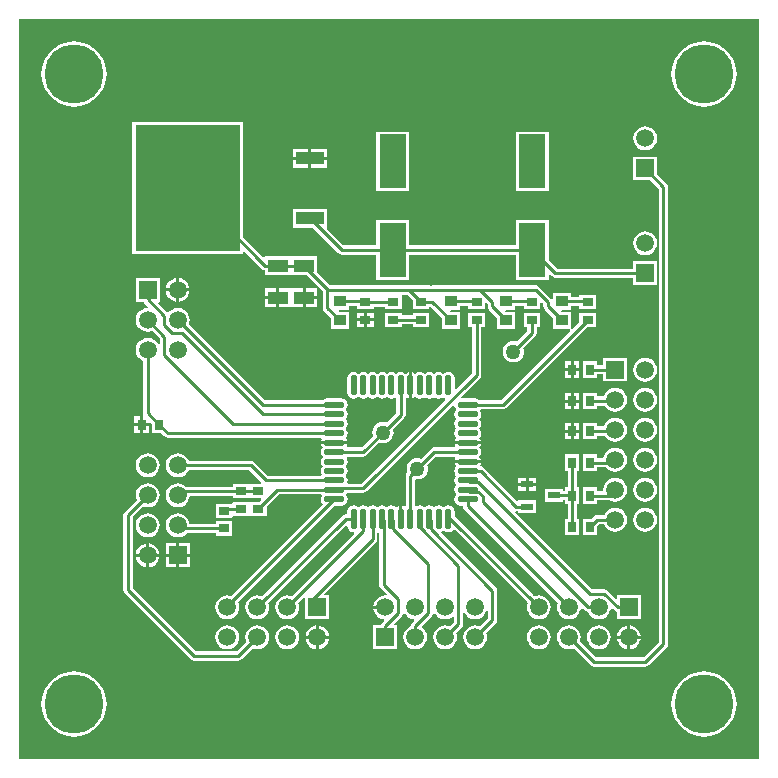
<source format=gtl>
G04 Layer_Physical_Order=1*
G04 Layer_Color=255*
%FSLAX24Y24*%
%MOIN*%
G70*
G01*
G75*
%ADD10R,0.0669X0.0433*%
%ADD11R,0.0354X0.0276*%
%ADD12R,0.0394X0.0374*%
%ADD13O,0.0217X0.0689*%
%ADD14O,0.0689X0.0217*%
%ADD15R,0.0276X0.0354*%
%ADD16R,0.3504X0.4193*%
%ADD17R,0.0945X0.0413*%
%ADD18R,0.0906X0.1791*%
%ADD19R,0.0394X0.0236*%
%ADD20C,0.0100*%
%ADD21C,0.0591*%
%ADD22R,0.0591X0.0591*%
%ADD23R,0.0591X0.0591*%
%ADD24C,0.1969*%
%ADD25C,0.0500*%
G36*
X22847Y-1847D02*
X-1847D01*
Y22847D01*
X22847D01*
Y-1847D01*
D02*
G37*
%LPC*%
G36*
X19039Y7549D02*
X18935Y7535D01*
X18839Y7495D01*
X18757Y7432D01*
X18693Y7349D01*
X18654Y7253D01*
X18640Y7150D01*
X18654Y7047D01*
X18693Y6951D01*
X18757Y6868D01*
X18839Y6805D01*
X18935Y6765D01*
X19039Y6751D01*
X19142Y6765D01*
X19238Y6805D01*
X19321Y6868D01*
X19384Y6951D01*
X19424Y7047D01*
X19437Y7150D01*
X19424Y7253D01*
X19384Y7349D01*
X19321Y7432D01*
X19238Y7495D01*
X19142Y7535D01*
X19039Y7549D01*
D02*
G37*
G36*
X2459Y7360D02*
X2355Y7346D01*
X2259Y7306D01*
X2177Y7243D01*
X2113Y7161D01*
X2074Y7064D01*
X2060Y6961D01*
X2074Y6858D01*
X2093Y6812D01*
X1692Y6411D01*
X1659Y6361D01*
X1647Y6302D01*
Y3800D01*
X1659Y3741D01*
X1692Y3692D01*
X3892Y1492D01*
X3941Y1459D01*
X4000Y1447D01*
X5483D01*
X5541Y1459D01*
X5591Y1492D01*
X5962Y1863D01*
X6008Y1844D01*
X6111Y1830D01*
X6215Y1844D01*
X6311Y1884D01*
X6393Y1947D01*
X6457Y2030D01*
X6496Y2126D01*
X6510Y2229D01*
X6496Y2332D01*
X6457Y2428D01*
X6393Y2511D01*
X6311Y2574D01*
X6215Y2614D01*
X6111Y2628D01*
X6008Y2614D01*
X5912Y2574D01*
X5829Y2511D01*
X5766Y2428D01*
X5726Y2332D01*
X5713Y2229D01*
X5726Y2126D01*
X5745Y2079D01*
X5419Y1753D01*
X4063D01*
X1953Y3863D01*
Y6239D01*
X2309Y6595D01*
X2355Y6576D01*
X2459Y6562D01*
X2562Y6576D01*
X2658Y6616D01*
X2741Y6679D01*
X2804Y6762D01*
X2844Y6858D01*
X2857Y6961D01*
X2844Y7064D01*
X2804Y7161D01*
X2741Y7243D01*
X2658Y7306D01*
X2562Y7346D01*
X2459Y7360D01*
D02*
G37*
G36*
X18039Y7549D02*
X17935Y7535D01*
X17839Y7495D01*
X17757Y7432D01*
X17693Y7349D01*
X17654Y7253D01*
X17640Y7150D01*
X17641Y7141D01*
X17608Y7103D01*
X17440D01*
Y7227D01*
X16965D01*
Y6673D01*
X17440D01*
Y6797D01*
X17839D01*
X17852Y6800D01*
X17935Y6765D01*
X18039Y6751D01*
X18142Y6765D01*
X18238Y6805D01*
X18321Y6868D01*
X18384Y6951D01*
X18424Y7047D01*
X18437Y7150D01*
X18424Y7253D01*
X18384Y7349D01*
X18321Y7432D01*
X18238Y7495D01*
X18142Y7535D01*
X18039Y7549D01*
D02*
G37*
G36*
X15054Y7279D02*
X14807D01*
Y7111D01*
X15054D01*
Y7279D01*
D02*
G37*
G36*
X16850Y8327D02*
X16374D01*
Y7773D01*
X16459D01*
Y7227D01*
X16374D01*
Y7108D01*
X16307D01*
Y7173D01*
X15713D01*
Y6737D01*
X16307D01*
Y6802D01*
X16374D01*
Y6673D01*
X16459D01*
Y6177D01*
X16374D01*
Y5623D01*
X16850D01*
Y6177D01*
X16765D01*
Y6673D01*
X16850D01*
Y7227D01*
X16765D01*
Y7773D01*
X16850D01*
Y8327D01*
D02*
G37*
G36*
X13563Y8035D02*
X13124D01*
X12686D01*
X12692Y8004D01*
X12738Y7935D01*
Y7920D01*
X12692Y7851D01*
X12676Y7770D01*
X12692Y7689D01*
X12717Y7651D01*
X12735Y7613D01*
X12717Y7574D01*
X12692Y7536D01*
X12676Y7455D01*
X12692Y7374D01*
X12738Y7305D01*
Y7290D01*
X12692Y7221D01*
X12676Y7140D01*
X12692Y7059D01*
X12738Y6990D01*
Y6975D01*
X12692Y6906D01*
X12676Y6825D01*
X12692Y6744D01*
X12738Y6675D01*
X12807Y6629D01*
X12888Y6613D01*
X12971D01*
Y6602D01*
X12983Y6544D01*
X13016Y6494D01*
X16132Y3378D01*
X16113Y3332D01*
X16099Y3229D01*
X16113Y3126D01*
X16153Y3029D01*
X16216Y2947D01*
X16299Y2884D01*
X16395Y2844D01*
X16498Y2830D01*
X16601Y2844D01*
X16697Y2884D01*
X16780Y2947D01*
X16843Y3029D01*
X16883Y3126D01*
X16890Y3179D01*
X16943Y3197D01*
X17020Y3121D01*
X17069Y3088D01*
X17128Y3076D01*
X17134D01*
X17153Y3029D01*
X17216Y2947D01*
X17299Y2884D01*
X17395Y2844D01*
X17498Y2830D01*
X17601Y2844D01*
X17697Y2884D01*
X17780Y2947D01*
X17843Y3029D01*
X17883Y3126D01*
X17890Y3179D01*
X17943Y3197D01*
X18020Y3121D01*
X18069Y3088D01*
X18103Y3081D01*
Y2834D01*
X18893D01*
Y3624D01*
X18103D01*
Y3535D01*
X18057Y3516D01*
X17791Y3782D01*
X17741Y3815D01*
X17682Y3827D01*
X17255D01*
X14694Y6388D01*
X14719Y6434D01*
X14751Y6428D01*
X14807D01*
Y6363D01*
X15401D01*
Y6799D01*
X14807D01*
Y6799D01*
X14767Y6782D01*
X13670Y7878D01*
X13621Y7911D01*
X13562Y7923D01*
X13536Y7973D01*
X13557Y8004D01*
X13563Y8035D01*
D02*
G37*
G36*
X2459Y6360D02*
X2355Y6346D01*
X2259Y6306D01*
X2177Y6243D01*
X2113Y6161D01*
X2074Y6064D01*
X2060Y5961D01*
X2074Y5858D01*
X2113Y5762D01*
X2177Y5679D01*
X2259Y5616D01*
X2355Y5576D01*
X2459Y5562D01*
X2562Y5576D01*
X2658Y5616D01*
X2741Y5679D01*
X2804Y5762D01*
X2844Y5858D01*
X2857Y5961D01*
X2844Y6064D01*
X2804Y6161D01*
X2741Y6243D01*
X2658Y6306D01*
X2562Y6346D01*
X2459Y6360D01*
D02*
G37*
G36*
X3854Y5356D02*
X3509D01*
Y5011D01*
X3854D01*
Y5356D01*
D02*
G37*
G36*
X3459Y6360D02*
X3355Y6346D01*
X3259Y6306D01*
X3177Y6243D01*
X3113Y6161D01*
X3074Y6064D01*
X3060Y5961D01*
X3074Y5858D01*
X3113Y5762D01*
X3177Y5679D01*
X3259Y5616D01*
X3355Y5576D01*
X3459Y5562D01*
X3562Y5576D01*
X3658Y5616D01*
X3741Y5679D01*
X3758Y5702D01*
X4728D01*
Y5617D01*
X5282D01*
Y6093D01*
X4728D01*
Y6008D01*
X3851D01*
X3844Y6064D01*
X3804Y6161D01*
X3741Y6243D01*
X3658Y6306D01*
X3562Y6346D01*
X3459Y6360D01*
D02*
G37*
G36*
X19039Y6549D02*
X18935Y6535D01*
X18839Y6495D01*
X18757Y6432D01*
X18693Y6349D01*
X18654Y6253D01*
X18640Y6150D01*
X18654Y6047D01*
X18693Y5951D01*
X18757Y5868D01*
X18839Y5805D01*
X18935Y5765D01*
X19039Y5751D01*
X19142Y5765D01*
X19238Y5805D01*
X19321Y5868D01*
X19384Y5951D01*
X19424Y6047D01*
X19437Y6150D01*
X19424Y6253D01*
X19384Y6349D01*
X19321Y6432D01*
X19238Y6495D01*
X19142Y6535D01*
X19039Y6549D01*
D02*
G37*
G36*
X18039D02*
X17935Y6535D01*
X17839Y6495D01*
X17757Y6432D01*
X17693Y6349D01*
X17674Y6303D01*
X17452D01*
X17394Y6291D01*
X17344Y6258D01*
X17263Y6177D01*
X16965D01*
Y5623D01*
X17440D01*
Y5922D01*
X17516Y5997D01*
X17674D01*
X17693Y5951D01*
X17757Y5868D01*
X17839Y5805D01*
X17935Y5765D01*
X18039Y5751D01*
X18142Y5765D01*
X18238Y5805D01*
X18321Y5868D01*
X18384Y5951D01*
X18424Y6047D01*
X18437Y6150D01*
X18424Y6253D01*
X18384Y6349D01*
X18321Y6432D01*
X18238Y6495D01*
X18142Y6535D01*
X18039Y6549D01*
D02*
G37*
G36*
X19039Y9549D02*
X18935Y9535D01*
X18839Y9495D01*
X18757Y9432D01*
X18693Y9349D01*
X18654Y9253D01*
X18640Y9150D01*
X18654Y9047D01*
X18693Y8951D01*
X18757Y8868D01*
X18839Y8805D01*
X18935Y8765D01*
X19039Y8751D01*
X19142Y8765D01*
X19238Y8805D01*
X19321Y8868D01*
X19384Y8951D01*
X19424Y9047D01*
X19437Y9150D01*
X19424Y9253D01*
X19384Y9349D01*
X19321Y9432D01*
X19238Y9495D01*
X19142Y9535D01*
X19039Y9549D01*
D02*
G37*
G36*
X18039Y8549D02*
X17935Y8535D01*
X17839Y8495D01*
X17757Y8432D01*
X17693Y8349D01*
X17654Y8253D01*
X17647Y8203D01*
X17440D01*
Y8327D01*
X16965D01*
Y7773D01*
X17440D01*
Y7897D01*
X17735D01*
X17757Y7868D01*
X17839Y7805D01*
X17935Y7765D01*
X18039Y7751D01*
X18142Y7765D01*
X18238Y7805D01*
X18321Y7868D01*
X18384Y7951D01*
X18424Y8047D01*
X18437Y8150D01*
X18424Y8253D01*
X18384Y8349D01*
X18321Y8432D01*
X18238Y8495D01*
X18142Y8535D01*
X18039Y8549D01*
D02*
G37*
G36*
X16562Y9050D02*
X16374D01*
Y8823D01*
X16562D01*
Y9050D01*
D02*
G37*
G36*
X2205Y9261D02*
X2017D01*
Y9034D01*
X2205D01*
Y9261D01*
D02*
G37*
G36*
X16850Y9050D02*
X16662D01*
Y8823D01*
X16850D01*
Y9050D01*
D02*
G37*
G36*
X13563Y8665D02*
X13124D01*
X12686D01*
X12692Y8634D01*
X12713Y8603D01*
X12686Y8553D01*
X12000D01*
X11941Y8541D01*
X11892Y8508D01*
X11565Y8181D01*
X11541Y8191D01*
X11450Y8203D01*
X11359Y8191D01*
X11273Y8156D01*
X11200Y8100D01*
X11144Y8027D01*
X11109Y7941D01*
X11097Y7850D01*
X11109Y7759D01*
X11119Y7735D01*
X11107Y7723D01*
X11074Y7673D01*
X11062Y7615D01*
Y6614D01*
X11012Y6587D01*
X10981Y6608D01*
X10950Y6614D01*
Y6176D01*
X10850D01*
Y6614D01*
X10819Y6608D01*
X10750Y6562D01*
X10735D01*
X10666Y6608D01*
X10585Y6624D01*
X10504Y6608D01*
X10435Y6562D01*
X10420D01*
X10351Y6608D01*
X10270Y6624D01*
X10189Y6608D01*
X10120Y6562D01*
X10105D01*
X10036Y6608D01*
X9955Y6624D01*
X9874Y6608D01*
X9805Y6562D01*
X9790D01*
X9721Y6608D01*
X9640Y6624D01*
X9559Y6608D01*
X9490Y6562D01*
X9475D01*
X9406Y6608D01*
X9325Y6624D01*
X9244Y6608D01*
X9175Y6562D01*
X9129Y6493D01*
X9113Y6412D01*
Y6329D01*
X9058D01*
X9000Y6317D01*
X8950Y6284D01*
X6261Y3595D01*
X6215Y3614D01*
X6111Y3628D01*
X6008Y3614D01*
X5912Y3574D01*
X5829Y3511D01*
X5766Y3428D01*
X5726Y3332D01*
X5713Y3229D01*
X5726Y3126D01*
X5766Y3029D01*
X5829Y2947D01*
X5912Y2884D01*
X6008Y2844D01*
X6111Y2830D01*
X6215Y2844D01*
X6311Y2884D01*
X6393Y2947D01*
X6457Y3029D01*
X6496Y3126D01*
X6510Y3229D01*
X6496Y3332D01*
X6477Y3378D01*
X9067Y5968D01*
X9113Y5949D01*
Y5939D01*
X9129Y5858D01*
X9175Y5789D01*
X9244Y5743D01*
X9323Y5727D01*
X9329Y5718D01*
X9347Y5680D01*
X7261Y3595D01*
X7215Y3614D01*
X7111Y3628D01*
X7008Y3614D01*
X6912Y3574D01*
X6829Y3511D01*
X6766Y3428D01*
X6726Y3332D01*
X6713Y3229D01*
X6726Y3126D01*
X6766Y3029D01*
X6829Y2947D01*
X6912Y2884D01*
X7008Y2844D01*
X7111Y2830D01*
X7215Y2844D01*
X7311Y2884D01*
X7393Y2947D01*
X7457Y3029D01*
X7496Y3126D01*
X7510Y3229D01*
X7496Y3332D01*
X7477Y3378D01*
X7670Y3571D01*
X7716Y3552D01*
Y2834D01*
X8507D01*
Y3624D01*
X8356D01*
X8337Y3670D01*
X10063Y5397D01*
X10096Y5447D01*
X10108Y5505D01*
Y5697D01*
X10158Y5725D01*
X10174Y5715D01*
Y3980D01*
X10185Y3921D01*
X10219Y3872D01*
X10419Y3672D01*
X10395Y3624D01*
X10371Y3628D01*
X10268Y3614D01*
X10172Y3574D01*
X10090Y3511D01*
X10026Y3428D01*
X9986Y3332D01*
X9979Y3279D01*
X10371D01*
Y3179D01*
X9979D01*
X9986Y3126D01*
X10026Y3029D01*
X10090Y2947D01*
X10172Y2884D01*
X10268Y2844D01*
X10322Y2837D01*
X10340Y2784D01*
X10263Y2707D01*
X10230Y2658D01*
X10223Y2624D01*
X9976D01*
Y1834D01*
X10767D01*
Y2624D01*
X10678D01*
X10659Y2670D01*
X10925Y2936D01*
X10958Y2986D01*
X10960Y2994D01*
X11017Y3031D01*
X11026Y3029D01*
X11090Y2947D01*
X11172Y2884D01*
X11268Y2844D01*
X11322Y2837D01*
X11340Y2784D01*
X11263Y2707D01*
X11230Y2658D01*
X11219Y2599D01*
Y2593D01*
X11172Y2574D01*
X11090Y2511D01*
X11026Y2428D01*
X10986Y2332D01*
X10973Y2229D01*
X10986Y2126D01*
X11026Y2030D01*
X11090Y1947D01*
X11172Y1884D01*
X11268Y1844D01*
X11371Y1830D01*
X11475Y1844D01*
X11571Y1884D01*
X11653Y1947D01*
X11717Y2030D01*
X11757Y2126D01*
X11770Y2229D01*
X11757Y2332D01*
X11717Y2428D01*
X11653Y2511D01*
X11606Y2547D01*
X11602Y2613D01*
X11925Y2936D01*
X11958Y2986D01*
X11960Y2994D01*
X12017Y3031D01*
X12026Y3029D01*
X12090Y2947D01*
X12172Y2884D01*
X12268Y2844D01*
X12371Y2830D01*
X12475Y2844D01*
X12571Y2884D01*
X12614Y2917D01*
X12664Y2892D01*
Y2737D01*
X12521Y2595D01*
X12475Y2614D01*
X12371Y2628D01*
X12268Y2614D01*
X12172Y2574D01*
X12090Y2511D01*
X12026Y2428D01*
X11986Y2332D01*
X11973Y2229D01*
X11986Y2126D01*
X12026Y2030D01*
X12090Y1947D01*
X12172Y1884D01*
X12268Y1844D01*
X12371Y1830D01*
X12475Y1844D01*
X12571Y1884D01*
X12653Y1947D01*
X12717Y2030D01*
X12757Y2126D01*
X12770Y2229D01*
X12757Y2332D01*
X12737Y2378D01*
X12925Y2566D01*
X12958Y2616D01*
X12970Y2674D01*
Y3035D01*
X13020Y3045D01*
X13026Y3029D01*
X13090Y2947D01*
X13172Y2884D01*
X13268Y2844D01*
X13371Y2830D01*
X13475Y2844D01*
X13571Y2884D01*
X13653Y2947D01*
X13717Y3029D01*
X13747Y3103D01*
X13797Y3093D01*
Y2871D01*
X13521Y2595D01*
X13475Y2614D01*
X13371Y2628D01*
X13268Y2614D01*
X13172Y2574D01*
X13090Y2511D01*
X13026Y2428D01*
X12986Y2332D01*
X12973Y2229D01*
X12986Y2126D01*
X13026Y2030D01*
X13090Y1947D01*
X13172Y1884D01*
X13268Y1844D01*
X13371Y1830D01*
X13475Y1844D01*
X13571Y1884D01*
X13653Y1947D01*
X13717Y2030D01*
X13757Y2126D01*
X13770Y2229D01*
X13757Y2332D01*
X13737Y2378D01*
X14058Y2699D01*
X14091Y2749D01*
X14103Y2807D01*
Y3784D01*
X14091Y3842D01*
X14058Y3892D01*
X12252Y5698D01*
X12263Y5758D01*
X12310Y5789D01*
X12325D01*
X12394Y5743D01*
X12475Y5727D01*
X12556Y5743D01*
X12625Y5789D01*
X12642Y5814D01*
X12691Y5819D01*
X15132Y3378D01*
X15113Y3332D01*
X15099Y3229D01*
X15113Y3126D01*
X15153Y3029D01*
X15216Y2947D01*
X15299Y2884D01*
X15395Y2844D01*
X15498Y2830D01*
X15601Y2844D01*
X15697Y2884D01*
X15780Y2947D01*
X15843Y3029D01*
X15883Y3126D01*
X15897Y3229D01*
X15883Y3332D01*
X15843Y3428D01*
X15780Y3511D01*
X15697Y3574D01*
X15601Y3614D01*
X15498Y3628D01*
X15395Y3614D01*
X15348Y3595D01*
X12687Y6256D01*
Y6412D01*
X12671Y6493D01*
X12625Y6562D01*
X12556Y6608D01*
X12475Y6624D01*
X12394Y6608D01*
X12325Y6562D01*
X12310D01*
X12241Y6608D01*
X12160Y6624D01*
X12079Y6608D01*
X12010Y6562D01*
X11995D01*
X11926Y6608D01*
X11845Y6624D01*
X11764Y6608D01*
X11695Y6562D01*
X11680D01*
X11611Y6608D01*
X11530Y6624D01*
X11449Y6608D01*
X11418Y6587D01*
X11368Y6614D01*
Y7470D01*
X11405Y7503D01*
X11450Y7497D01*
X11541Y7509D01*
X11627Y7544D01*
X11700Y7600D01*
X11756Y7673D01*
X11791Y7759D01*
X11803Y7850D01*
X11791Y7941D01*
X11781Y7965D01*
X12063Y8247D01*
X12686D01*
X12713Y8197D01*
X12692Y8166D01*
X12686Y8135D01*
X13124D01*
X13563D01*
X13557Y8166D01*
X13511Y8235D01*
Y8250D01*
X13557Y8319D01*
X13573Y8400D01*
X13557Y8481D01*
X13532Y8519D01*
X13514Y8557D01*
X13532Y8596D01*
X13557Y8634D01*
X13563Y8665D01*
D02*
G37*
G36*
X15054Y7547D02*
X14807D01*
Y7379D01*
X15054D01*
Y7547D01*
D02*
G37*
G36*
X15401Y7279D02*
X15154D01*
Y7111D01*
X15401D01*
Y7279D01*
D02*
G37*
G36*
Y7547D02*
X15154D01*
Y7379D01*
X15401D01*
Y7547D01*
D02*
G37*
G36*
X19039Y8549D02*
X18935Y8535D01*
X18839Y8495D01*
X18757Y8432D01*
X18693Y8349D01*
X18654Y8253D01*
X18640Y8150D01*
X18654Y8047D01*
X18693Y7951D01*
X18757Y7868D01*
X18839Y7805D01*
X18935Y7765D01*
X19039Y7751D01*
X19142Y7765D01*
X19238Y7805D01*
X19321Y7868D01*
X19384Y7951D01*
X19424Y8047D01*
X19437Y8150D01*
X19424Y8253D01*
X19384Y8349D01*
X19321Y8432D01*
X19238Y8495D01*
X19142Y8535D01*
X19039Y8549D01*
D02*
G37*
G36*
X2459Y8360D02*
X2355Y8346D01*
X2259Y8306D01*
X2177Y8243D01*
X2113Y8160D01*
X2074Y8064D01*
X2060Y7961D01*
X2074Y7858D01*
X2113Y7762D01*
X2177Y7679D01*
X2259Y7616D01*
X2355Y7576D01*
X2459Y7562D01*
X2562Y7576D01*
X2658Y7616D01*
X2741Y7679D01*
X2804Y7762D01*
X2844Y7858D01*
X2857Y7961D01*
X2844Y8064D01*
X2804Y8160D01*
X2741Y8243D01*
X2658Y8306D01*
X2562Y8346D01*
X2459Y8360D01*
D02*
G37*
G36*
X8503Y2179D02*
X8161D01*
Y1837D01*
X8215Y1844D01*
X8311Y1884D01*
X8393Y1947D01*
X8457Y2030D01*
X8496Y2126D01*
X8503Y2179D01*
D02*
G37*
G36*
X17498Y2628D02*
X17395Y2614D01*
X17299Y2574D01*
X17216Y2511D01*
X17153Y2428D01*
X17113Y2332D01*
X17099Y2229D01*
X17113Y2126D01*
X17153Y2030D01*
X17216Y1947D01*
X17299Y1884D01*
X17395Y1844D01*
X17498Y1830D01*
X17601Y1844D01*
X17697Y1884D01*
X17780Y1947D01*
X17843Y2030D01*
X17883Y2126D01*
X17897Y2229D01*
X17883Y2332D01*
X17843Y2428D01*
X17780Y2511D01*
X17697Y2574D01*
X17601Y2614D01*
X17498Y2628D01*
D02*
G37*
G36*
X18890Y2179D02*
X18548D01*
Y1837D01*
X18601Y1844D01*
X18697Y1884D01*
X18780Y1947D01*
X18843Y2030D01*
X18883Y2126D01*
X18890Y2179D01*
D02*
G37*
G36*
X18448D02*
X18106D01*
X18113Y2126D01*
X18153Y2030D01*
X18216Y1947D01*
X18299Y1884D01*
X18395Y1844D01*
X18448Y1837D01*
Y2179D01*
D02*
G37*
G36*
X8061D02*
X7719D01*
X7726Y2126D01*
X7766Y2030D01*
X7829Y1947D01*
X7912Y1884D01*
X8008Y1844D01*
X8061Y1837D01*
Y2179D01*
D02*
G37*
G36*
X15498Y2628D02*
X15395Y2614D01*
X15299Y2574D01*
X15216Y2511D01*
X15153Y2428D01*
X15113Y2332D01*
X15099Y2229D01*
X15113Y2126D01*
X15153Y2030D01*
X15216Y1947D01*
X15299Y1884D01*
X15395Y1844D01*
X15498Y1830D01*
X15601Y1844D01*
X15697Y1884D01*
X15780Y1947D01*
X15843Y2030D01*
X15883Y2126D01*
X15897Y2229D01*
X15883Y2332D01*
X15843Y2428D01*
X15780Y2511D01*
X15697Y2574D01*
X15601Y2614D01*
X15498Y2628D01*
D02*
G37*
G36*
X21000Y1088D02*
X20830Y1074D01*
X20664Y1034D01*
X20506Y969D01*
X20361Y880D01*
X20231Y769D01*
X20120Y639D01*
X20031Y494D01*
X19966Y336D01*
X19926Y170D01*
X19912Y0D01*
X19926Y-170D01*
X19966Y-336D01*
X20031Y-494D01*
X20120Y-639D01*
X20231Y-769D01*
X20361Y-880D01*
X20506Y-969D01*
X20664Y-1034D01*
X20830Y-1074D01*
X21000Y-1088D01*
X21170Y-1074D01*
X21336Y-1034D01*
X21494Y-969D01*
X21639Y-880D01*
X21769Y-769D01*
X21880Y-639D01*
X21969Y-494D01*
X22034Y-336D01*
X22074Y-170D01*
X22088Y0D01*
X22074Y170D01*
X22034Y336D01*
X21969Y494D01*
X21880Y639D01*
X21769Y769D01*
X21639Y880D01*
X21494Y969D01*
X21336Y1034D01*
X21170Y1074D01*
X21000Y1088D01*
D02*
G37*
G36*
X0D02*
X-170Y1074D01*
X-336Y1034D01*
X-494Y969D01*
X-639Y880D01*
X-769Y769D01*
X-880Y639D01*
X-969Y494D01*
X-1034Y336D01*
X-1074Y170D01*
X-1088Y0D01*
X-1074Y-170D01*
X-1034Y-336D01*
X-969Y-494D01*
X-880Y-639D01*
X-769Y-769D01*
X-639Y-880D01*
X-494Y-969D01*
X-336Y-1034D01*
X-170Y-1074D01*
X0Y-1088D01*
X170Y-1074D01*
X336Y-1034D01*
X494Y-969D01*
X639Y-880D01*
X769Y-769D01*
X880Y-639D01*
X969Y-494D01*
X1034Y-336D01*
X1074Y-170D01*
X1088Y0D01*
X1074Y170D01*
X1034Y336D01*
X969Y494D01*
X880Y639D01*
X769Y769D01*
X639Y880D01*
X494Y969D01*
X336Y1034D01*
X170Y1074D01*
X0Y1088D01*
D02*
G37*
G36*
X19434Y18251D02*
X18643D01*
Y17460D01*
X19218D01*
X19497Y17181D01*
Y2063D01*
X18987Y1553D01*
X17390D01*
X16864Y2079D01*
X16883Y2126D01*
X16897Y2229D01*
X16883Y2332D01*
X16843Y2428D01*
X16780Y2511D01*
X16697Y2574D01*
X16601Y2614D01*
X16498Y2628D01*
X16395Y2614D01*
X16299Y2574D01*
X16216Y2511D01*
X16153Y2428D01*
X16113Y2332D01*
X16099Y2229D01*
X16113Y2126D01*
X16153Y2030D01*
X16216Y1947D01*
X16299Y1884D01*
X16395Y1844D01*
X16498Y1830D01*
X16601Y1844D01*
X16648Y1863D01*
X17219Y1292D01*
X17268Y1259D01*
X17327Y1247D01*
X19050D01*
X19109Y1259D01*
X19158Y1292D01*
X19758Y1892D01*
X19791Y1941D01*
X19803Y2000D01*
Y17244D01*
X19791Y17303D01*
X19758Y17352D01*
X19434Y17677D01*
Y18251D01*
D02*
G37*
G36*
X7111Y2628D02*
X7008Y2614D01*
X6912Y2574D01*
X6829Y2511D01*
X6766Y2428D01*
X6726Y2332D01*
X6713Y2229D01*
X6726Y2126D01*
X6766Y2030D01*
X6829Y1947D01*
X6912Y1884D01*
X7008Y1844D01*
X7111Y1830D01*
X7215Y1844D01*
X7311Y1884D01*
X7393Y1947D01*
X7457Y2030D01*
X7496Y2126D01*
X7510Y2229D01*
X7496Y2332D01*
X7457Y2428D01*
X7393Y2511D01*
X7311Y2574D01*
X7215Y2614D01*
X7111Y2628D01*
D02*
G37*
G36*
X5111D02*
X5008Y2614D01*
X4912Y2574D01*
X4829Y2511D01*
X4766Y2428D01*
X4726Y2332D01*
X4713Y2229D01*
X4726Y2126D01*
X4766Y2030D01*
X4829Y1947D01*
X4912Y1884D01*
X5008Y1844D01*
X5111Y1830D01*
X5215Y1844D01*
X5311Y1884D01*
X5393Y1947D01*
X5457Y2030D01*
X5496Y2126D01*
X5510Y2229D01*
X5496Y2332D01*
X5457Y2428D01*
X5393Y2511D01*
X5311Y2574D01*
X5215Y2614D01*
X5111Y2628D01*
D02*
G37*
G36*
X2409Y4911D02*
X2067D01*
X2074Y4858D01*
X2113Y4762D01*
X2177Y4679D01*
X2259Y4616D01*
X2355Y4576D01*
X2409Y4569D01*
Y4911D01*
D02*
G37*
G36*
X2851D02*
X2509D01*
Y4569D01*
X2562Y4576D01*
X2658Y4616D01*
X2741Y4679D01*
X2804Y4762D01*
X2844Y4858D01*
X2851Y4911D01*
D02*
G37*
G36*
X3409Y5356D02*
X3063D01*
Y5011D01*
X3409D01*
Y5356D01*
D02*
G37*
G36*
X2509Y5353D02*
Y5011D01*
X2851D01*
X2844Y5064D01*
X2804Y5160D01*
X2741Y5243D01*
X2658Y5306D01*
X2562Y5346D01*
X2509Y5353D01*
D02*
G37*
G36*
X2409D02*
X2355Y5346D01*
X2259Y5306D01*
X2177Y5243D01*
X2113Y5160D01*
X2074Y5064D01*
X2067Y5011D01*
X2409D01*
Y5353D01*
D02*
G37*
G36*
X3854Y4911D02*
X3509D01*
Y4566D01*
X3854D01*
Y4911D01*
D02*
G37*
G36*
X8061Y2621D02*
X8008Y2614D01*
X7912Y2574D01*
X7829Y2511D01*
X7766Y2428D01*
X7726Y2332D01*
X7719Y2279D01*
X8061D01*
Y2621D01*
D02*
G37*
G36*
X18448D02*
X18395Y2614D01*
X18299Y2574D01*
X18216Y2511D01*
X18153Y2428D01*
X18113Y2332D01*
X18106Y2279D01*
X18448D01*
Y2621D01*
D02*
G37*
G36*
X18548Y2621D02*
Y2279D01*
X18890D01*
X18883Y2332D01*
X18843Y2428D01*
X18780Y2511D01*
X18697Y2574D01*
X18601Y2614D01*
X18548Y2621D01*
D02*
G37*
G36*
X3409Y4911D02*
X3063D01*
Y4566D01*
X3409D01*
Y4911D01*
D02*
G37*
G36*
X8161Y2621D02*
Y2279D01*
X8503D01*
X8496Y2332D01*
X8457Y2428D01*
X8393Y2511D01*
X8311Y2574D01*
X8215Y2614D01*
X8161Y2621D01*
D02*
G37*
G36*
X6738Y13863D02*
X6353D01*
Y13597D01*
X6738D01*
Y13863D01*
D02*
G37*
G36*
X3851Y13755D02*
X3509D01*
Y13413D01*
X3562Y13420D01*
X3658Y13460D01*
X3741Y13523D01*
X3804Y13606D01*
X3844Y13702D01*
X3851Y13755D01*
D02*
G37*
G36*
X7725Y13863D02*
Y13597D01*
X8110D01*
Y13863D01*
X7725D01*
D02*
G37*
G36*
X3509Y14197D02*
Y13855D01*
X3851D01*
X3844Y13909D01*
X3804Y14005D01*
X3741Y14087D01*
X3658Y14151D01*
X3562Y14190D01*
X3509Y14197D01*
D02*
G37*
G36*
X3409D02*
X3355Y14190D01*
X3259Y14151D01*
X3177Y14087D01*
X3113Y14005D01*
X3074Y13909D01*
X3067Y13855D01*
X3409D01*
Y14197D01*
D02*
G37*
G36*
Y13755D02*
X3067D01*
X3074Y13702D01*
X3113Y13606D01*
X3177Y13523D01*
X3259Y13460D01*
X3355Y13420D01*
X3409Y13413D01*
Y13755D01*
D02*
G37*
G36*
X2854Y14201D02*
X2063D01*
Y13410D01*
X2333D01*
X2351Y13383D01*
X2485Y13248D01*
X2463Y13203D01*
X2459Y13204D01*
X2355Y13190D01*
X2259Y13151D01*
X2177Y13087D01*
X2113Y13005D01*
X2074Y12909D01*
X2060Y12805D01*
X2074Y12702D01*
X2113Y12606D01*
X2177Y12523D01*
X2259Y12460D01*
X2355Y12420D01*
X2459Y12407D01*
X2562Y12420D01*
X2608Y12439D01*
X2860Y12187D01*
Y11999D01*
X2810Y11989D01*
X2804Y12005D01*
X2741Y12087D01*
X2658Y12151D01*
X2562Y12190D01*
X2459Y12204D01*
X2355Y12190D01*
X2259Y12151D01*
X2177Y12087D01*
X2113Y12005D01*
X2074Y11909D01*
X2060Y11805D01*
X2074Y11702D01*
X2113Y11606D01*
X2177Y11523D01*
X2259Y11460D01*
X2306Y11441D01*
Y9697D01*
X2317Y9639D01*
X2318Y9638D01*
X2305Y9613D01*
Y9361D01*
X2493D01*
Y9382D01*
X2539Y9401D01*
X2607Y9332D01*
Y9034D01*
X2906D01*
X3018Y8922D01*
X3068Y8889D01*
X3126Y8877D01*
X8237D01*
X8264Y8827D01*
X8243Y8796D01*
X8237Y8765D01*
X8676D01*
X9114D01*
X9108Y8796D01*
X9062Y8865D01*
Y8880D01*
X9108Y8949D01*
X9124Y9030D01*
X9108Y9111D01*
X9083Y9149D01*
X9065Y9187D01*
X9083Y9226D01*
X9108Y9264D01*
X9124Y9345D01*
X9108Y9426D01*
X9062Y9495D01*
Y9510D01*
X9108Y9579D01*
X9124Y9660D01*
X9108Y9741D01*
X9062Y9810D01*
Y9825D01*
X9108Y9894D01*
X9124Y9975D01*
X9108Y10056D01*
X9062Y10125D01*
X8993Y10171D01*
X8912Y10187D01*
X8439D01*
X8358Y10171D01*
X8293Y10128D01*
X6353D01*
X3825Y12656D01*
X3844Y12702D01*
X3857Y12805D01*
X3844Y12909D01*
X3804Y13005D01*
X3741Y13087D01*
X3658Y13151D01*
X3562Y13190D01*
X3459Y13204D01*
X3355Y13190D01*
X3259Y13151D01*
X3177Y13087D01*
X3162Y13068D01*
X3099Y13068D01*
X2802Y13364D01*
X2822Y13410D01*
X2854D01*
Y14201D01*
D02*
G37*
G36*
X5641Y19387D02*
X1937D01*
Y14994D01*
X5641D01*
Y15057D01*
X5688Y15076D01*
X6262Y14502D01*
X6311Y14468D01*
X6353Y14460D01*
Y14293D01*
X7223D01*
Y14293D01*
X7241D01*
Y14293D01*
X7776D01*
X8296Y13773D01*
Y13200D01*
X8308Y13141D01*
X8341Y13092D01*
X8563Y12869D01*
Y12502D01*
X9157D01*
Y13076D01*
X8830D01*
X8826Y13082D01*
X8852Y13132D01*
X9157D01*
Y13266D01*
X9440D01*
Y13161D01*
X9994D01*
Y13246D01*
X10365D01*
Y13161D01*
X10920D01*
Y13637D01*
X10965Y13647D01*
X11104D01*
X11291Y13460D01*
Y13161D01*
X11845D01*
Y13231D01*
X11895Y13240D01*
X12266Y12869D01*
Y12502D01*
X12859D01*
Y13076D01*
X12532D01*
X12528Y13082D01*
X12555Y13132D01*
X12859D01*
Y13266D01*
X13142D01*
Y13161D01*
X13697D01*
Y13367D01*
X13743Y13387D01*
X13797Y13332D01*
Y13253D01*
X13809Y13194D01*
X13842Y13145D01*
X14117Y12869D01*
Y12502D01*
X14711D01*
Y13076D01*
X14384D01*
X14380Y13082D01*
X14406Y13132D01*
X14711D01*
Y13266D01*
X14994D01*
Y13161D01*
X15548D01*
Y13367D01*
X15594Y13387D01*
X15647Y13334D01*
Y13254D01*
X15659Y13196D01*
X15692Y13146D01*
X15969Y12869D01*
Y12502D01*
X16528D01*
X16549Y12452D01*
X14225Y10128D01*
X13507D01*
X13442Y10171D01*
X13361Y10187D01*
X12926D01*
X12905Y10237D01*
X13528Y10859D01*
X13561Y10909D01*
X13572Y10968D01*
Y12571D01*
X13697D01*
Y13046D01*
X13142D01*
Y12571D01*
X13266D01*
Y11031D01*
X12733Y10498D01*
X12687Y10517D01*
Y10861D01*
X12671Y10942D01*
X12625Y11011D01*
X12556Y11057D01*
X12475Y11073D01*
X12394Y11057D01*
X12356Y11032D01*
X12317Y11014D01*
X12279Y11032D01*
X12241Y11057D01*
X12160Y11073D01*
X12079Y11057D01*
X12041Y11032D01*
X12002Y11014D01*
X11964Y11032D01*
X11926Y11057D01*
X11845Y11073D01*
X11764Y11057D01*
X11726Y11032D01*
X11687Y11014D01*
X11649Y11032D01*
X11611Y11057D01*
X11530Y11073D01*
X11449Y11057D01*
X11380Y11011D01*
X11365D01*
X11296Y11057D01*
X11265Y11063D01*
Y10624D01*
Y10186D01*
X11296Y10192D01*
X11365Y10238D01*
X11380D01*
X11449Y10192D01*
X11530Y10176D01*
X11611Y10192D01*
X11649Y10217D01*
X11687Y10235D01*
X11726Y10217D01*
X11764Y10192D01*
X11845Y10176D01*
X11926Y10192D01*
X11964Y10217D01*
X12002Y10235D01*
X12041Y10217D01*
X12079Y10192D01*
X12160Y10176D01*
X12241Y10192D01*
X12279Y10217D01*
X12317Y10235D01*
X12356Y10217D01*
X12372Y10207D01*
X12383Y10147D01*
X9585Y7350D01*
X9147D01*
X9113Y7400D01*
X9124Y7455D01*
X9108Y7536D01*
X9083Y7574D01*
X9065Y7613D01*
X9083Y7651D01*
X9108Y7689D01*
X9124Y7770D01*
X9108Y7851D01*
X9062Y7920D01*
Y7935D01*
X9108Y8004D01*
X9124Y8085D01*
X9108Y8166D01*
X9087Y8197D01*
X9114Y8247D01*
X9650D01*
X9709Y8259D01*
X9758Y8292D01*
X10185Y8719D01*
X10209Y8709D01*
X10300Y8697D01*
X10391Y8709D01*
X10477Y8744D01*
X10550Y8800D01*
X10606Y8873D01*
X10641Y8959D01*
X10653Y9050D01*
X10641Y9141D01*
X10631Y9165D01*
X11008Y9542D01*
X11041Y9591D01*
X11053Y9650D01*
Y10186D01*
X11103Y10213D01*
X11134Y10192D01*
X11165Y10186D01*
Y10624D01*
Y11063D01*
X11134Y11057D01*
X11065Y11011D01*
X11050D01*
X10981Y11057D01*
X10900Y11073D01*
X10819Y11057D01*
X10750Y11011D01*
X10735D01*
X10666Y11057D01*
X10585Y11073D01*
X10504Y11057D01*
X10435Y11011D01*
X10420D01*
X10351Y11057D01*
X10270Y11073D01*
X10189Y11057D01*
X10120Y11011D01*
X10105D01*
X10036Y11057D01*
X9955Y11073D01*
X9874Y11057D01*
X9805Y11011D01*
X9790D01*
X9721Y11057D01*
X9640Y11073D01*
X9559Y11057D01*
X9490Y11011D01*
X9475D01*
X9406Y11057D01*
X9325Y11073D01*
X9244Y11057D01*
X9175Y11011D01*
X9129Y10942D01*
X9113Y10861D01*
Y10388D01*
X9129Y10307D01*
X9175Y10238D01*
X9244Y10192D01*
X9325Y10176D01*
X9406Y10192D01*
X9475Y10238D01*
X9490D01*
X9559Y10192D01*
X9640Y10176D01*
X9721Y10192D01*
X9790Y10238D01*
X9805D01*
X9874Y10192D01*
X9955Y10176D01*
X10036Y10192D01*
X10105Y10238D01*
X10120D01*
X10189Y10192D01*
X10270Y10176D01*
X10351Y10192D01*
X10420Y10238D01*
X10435D01*
X10504Y10192D01*
X10585Y10176D01*
X10666Y10192D01*
X10697Y10213D01*
X10747Y10186D01*
Y9713D01*
X10415Y9381D01*
X10391Y9391D01*
X10300Y9403D01*
X10209Y9391D01*
X10123Y9356D01*
X10050Y9300D01*
X9994Y9227D01*
X9959Y9141D01*
X9947Y9050D01*
X9959Y8959D01*
X9969Y8935D01*
X9587Y8553D01*
X9114D01*
X9087Y8603D01*
X9108Y8634D01*
X9114Y8665D01*
X8676D01*
X8237D01*
X8243Y8634D01*
X8268Y8596D01*
X8286Y8557D01*
X8268Y8519D01*
X8243Y8481D01*
X8227Y8400D01*
X8243Y8319D01*
X8289Y8250D01*
Y8235D01*
X8243Y8166D01*
X8227Y8085D01*
X8243Y8004D01*
X8289Y7935D01*
Y7920D01*
X8243Y7851D01*
X8227Y7770D01*
X8243Y7689D01*
X8264Y7658D01*
X8237Y7608D01*
X6458D01*
X5997Y8069D01*
X5947Y8102D01*
X5889Y8114D01*
X3823D01*
X3804Y8160D01*
X3741Y8243D01*
X3658Y8306D01*
X3562Y8346D01*
X3459Y8360D01*
X3355Y8346D01*
X3259Y8306D01*
X3177Y8243D01*
X3113Y8160D01*
X3074Y8064D01*
X3060Y7961D01*
X3074Y7858D01*
X3113Y7762D01*
X3177Y7679D01*
X3259Y7616D01*
X3355Y7576D01*
X3459Y7562D01*
X3562Y7576D01*
X3658Y7616D01*
X3741Y7679D01*
X3804Y7762D01*
X3823Y7808D01*
X5825D01*
X6251Y7383D01*
X6230Y7333D01*
X5873D01*
Y7333D01*
X5855Y7333D01*
Y7333D01*
X5300D01*
Y7248D01*
X3734D01*
X3658Y7306D01*
X3562Y7346D01*
X3459Y7360D01*
X3355Y7346D01*
X3259Y7306D01*
X3177Y7243D01*
X3113Y7161D01*
X3074Y7064D01*
X3060Y6961D01*
X3074Y6858D01*
X3113Y6762D01*
X3177Y6679D01*
X3259Y6616D01*
X3355Y6576D01*
X3459Y6562D01*
X3562Y6576D01*
X3658Y6616D01*
X3741Y6679D01*
X3804Y6762D01*
X3844Y6858D01*
X3855Y6942D01*
X5300D01*
Y6857D01*
X5855D01*
Y6857D01*
X5873Y6857D01*
Y6857D01*
X6221D01*
X6240Y6811D01*
X6172Y6743D01*
X5905D01*
X5873Y6743D01*
X5823Y6743D01*
X5300D01*
Y6726D01*
X5282Y6683D01*
X4728D01*
Y6207D01*
X5282D01*
Y6224D01*
X5300Y6267D01*
X5823D01*
X5855Y6267D01*
X5905Y6267D01*
X6427D01*
Y6566D01*
X6849Y6987D01*
X8237D01*
X8264Y6937D01*
X8243Y6906D01*
X8227Y6825D01*
X8243Y6744D01*
X8289Y6675D01*
X8291Y6657D01*
X5238Y3604D01*
X5215Y3614D01*
X5111Y3628D01*
X5008Y3614D01*
X4912Y3574D01*
X4829Y3511D01*
X4766Y3428D01*
X4726Y3332D01*
X4713Y3229D01*
X4726Y3126D01*
X4766Y3029D01*
X4829Y2947D01*
X4912Y2884D01*
X5008Y2844D01*
X5111Y2830D01*
X5215Y2844D01*
X5311Y2884D01*
X5393Y2947D01*
X5457Y3029D01*
X5496Y3126D01*
X5510Y3229D01*
X5496Y3332D01*
X5468Y3401D01*
X8680Y6613D01*
X8912D01*
X8993Y6629D01*
X9062Y6675D01*
X9108Y6744D01*
X9124Y6825D01*
X9108Y6906D01*
X9062Y6975D01*
Y6990D01*
X9098Y7044D01*
X9649D01*
X9707Y7056D01*
X9757Y7089D01*
X12628Y9960D01*
X12682Y9943D01*
X12692Y9894D01*
X12738Y9825D01*
Y9810D01*
X12692Y9741D01*
X12676Y9660D01*
X12692Y9579D01*
X12738Y9510D01*
Y9495D01*
X12692Y9426D01*
X12676Y9345D01*
X12692Y9264D01*
X12717Y9226D01*
X12735Y9187D01*
X12717Y9149D01*
X12692Y9111D01*
X12676Y9030D01*
X12692Y8949D01*
X12738Y8880D01*
Y8865D01*
X12692Y8796D01*
X12686Y8765D01*
X13124D01*
X13563D01*
X13557Y8796D01*
X13511Y8865D01*
Y8880D01*
X13557Y8949D01*
X13573Y9030D01*
X13557Y9111D01*
X13532Y9149D01*
X13514Y9187D01*
X13532Y9226D01*
X13557Y9264D01*
X13573Y9345D01*
X13557Y9426D01*
X13511Y9495D01*
Y9510D01*
X13557Y9579D01*
X13573Y9660D01*
X13557Y9741D01*
X13536Y9772D01*
X13563Y9822D01*
X14288D01*
X14347Y9834D01*
X14397Y9867D01*
X17101Y12571D01*
X17399D01*
Y13046D01*
X16845D01*
Y12748D01*
X16612Y12515D01*
X16562Y12536D01*
Y13076D01*
X16235D01*
X16231Y13082D01*
X16258Y13132D01*
X16562D01*
Y13266D01*
X16845D01*
Y13161D01*
X17399D01*
Y13637D01*
X16845D01*
Y13572D01*
X16562D01*
Y13706D01*
X15969D01*
Y13505D01*
X15919Y13490D01*
X15908Y13505D01*
X15505Y13908D01*
X15456Y13941D01*
X15397Y13953D01*
X8549D01*
X8110Y14391D01*
Y14926D01*
X7241D01*
Y14926D01*
X7223D01*
Y14926D01*
X6353D01*
Y14908D01*
X6307Y14889D01*
X5641Y15554D01*
Y19387D01*
D02*
G37*
G36*
X7241Y13863D02*
X7191Y13863D01*
X6838D01*
Y13547D01*
Y13230D01*
X7191D01*
X7223Y13230D01*
X7273Y13230D01*
X7625D01*
Y13547D01*
Y13863D01*
X7273D01*
X7241Y13863D01*
D02*
G37*
G36*
X8110Y13497D02*
X7725D01*
Y13230D01*
X8110D01*
Y13497D01*
D02*
G37*
G36*
X6738D02*
X6353D01*
Y13230D01*
X6738D01*
Y13497D01*
D02*
G37*
G36*
X8437Y18497D02*
X7914D01*
Y18240D01*
X8437D01*
Y18497D01*
D02*
G37*
G36*
X7814D02*
X7292D01*
Y18240D01*
X7814D01*
Y18497D01*
D02*
G37*
G36*
X19039Y19254D02*
X18935Y19241D01*
X18839Y19201D01*
X18757Y19137D01*
X18693Y19055D01*
X18654Y18959D01*
X18640Y18856D01*
X18654Y18752D01*
X18693Y18656D01*
X18757Y18574D01*
X18839Y18510D01*
X18935Y18470D01*
X19039Y18457D01*
X19142Y18470D01*
X19238Y18510D01*
X19321Y18574D01*
X19384Y18656D01*
X19424Y18752D01*
X19437Y18856D01*
X19424Y18959D01*
X19384Y19055D01*
X19321Y19137D01*
X19238Y19201D01*
X19142Y19241D01*
X19039Y19254D01*
D02*
G37*
G36*
X21000Y22088D02*
X20830Y22074D01*
X20664Y22034D01*
X20506Y21969D01*
X20361Y21880D01*
X20231Y21769D01*
X20120Y21639D01*
X20031Y21494D01*
X19966Y21336D01*
X19926Y21170D01*
X19912Y21000D01*
X19926Y20830D01*
X19966Y20664D01*
X20031Y20506D01*
X20120Y20361D01*
X20231Y20231D01*
X20361Y20120D01*
X20506Y20031D01*
X20664Y19966D01*
X20830Y19926D01*
X21000Y19912D01*
X21170Y19926D01*
X21336Y19966D01*
X21494Y20031D01*
X21639Y20120D01*
X21769Y20231D01*
X21880Y20361D01*
X21969Y20506D01*
X22034Y20664D01*
X22074Y20830D01*
X22088Y21000D01*
X22074Y21170D01*
X22034Y21336D01*
X21969Y21494D01*
X21880Y21639D01*
X21769Y21769D01*
X21639Y21880D01*
X21494Y21969D01*
X21336Y22034D01*
X21170Y22074D01*
X21000Y22088D01*
D02*
G37*
G36*
X0D02*
X-170Y22074D01*
X-336Y22034D01*
X-494Y21969D01*
X-639Y21880D01*
X-769Y21769D01*
X-880Y21639D01*
X-969Y21494D01*
X-1034Y21336D01*
X-1074Y21170D01*
X-1088Y21000D01*
X-1074Y20830D01*
X-1034Y20664D01*
X-969Y20506D01*
X-880Y20361D01*
X-769Y20231D01*
X-639Y20120D01*
X-494Y20031D01*
X-336Y19966D01*
X-170Y19926D01*
X0Y19912D01*
X170Y19926D01*
X336Y19966D01*
X494Y20031D01*
X639Y20120D01*
X769Y20231D01*
X880Y20361D01*
X969Y20506D01*
X1034Y20664D01*
X1074Y20830D01*
X1088Y21000D01*
X1074Y21170D01*
X1034Y21336D01*
X969Y21494D01*
X880Y21639D01*
X769Y21769D01*
X639Y21880D01*
X494Y21969D01*
X336Y22034D01*
X170Y22074D01*
X0Y22088D01*
D02*
G37*
G36*
X8437Y18140D02*
X7914D01*
Y17883D01*
X8437D01*
Y18140D01*
D02*
G37*
G36*
X19039Y15762D02*
X18935Y15748D01*
X18839Y15709D01*
X18757Y15645D01*
X18693Y15563D01*
X18654Y15467D01*
X18640Y15363D01*
X18654Y15260D01*
X18693Y15164D01*
X18757Y15081D01*
X18839Y15018D01*
X18935Y14978D01*
X19039Y14965D01*
X19142Y14978D01*
X19238Y15018D01*
X19321Y15081D01*
X19384Y15164D01*
X19424Y15260D01*
X19437Y15363D01*
X19424Y15467D01*
X19384Y15563D01*
X19321Y15645D01*
X19238Y15709D01*
X19142Y15748D01*
X19039Y15762D01*
D02*
G37*
G36*
X8437Y16497D02*
X7292D01*
Y15883D01*
X7955D01*
X8813Y15025D01*
X8863Y14992D01*
X8921Y14980D01*
X10079D01*
Y14137D01*
X11184D01*
Y14980D01*
X14729D01*
Y14137D01*
X15834D01*
Y14299D01*
X15881Y14318D01*
X15943Y14255D01*
X15993Y14222D01*
X16051Y14210D01*
X18643D01*
Y13968D01*
X19434D01*
Y14759D01*
X18643D01*
Y14516D01*
X16115D01*
X15834Y14797D01*
Y16129D01*
X14729D01*
Y15286D01*
X11184D01*
Y16129D01*
X10079D01*
Y15286D01*
X8985D01*
X8422Y15848D01*
X8437Y15883D01*
X8437D01*
Y16497D01*
D02*
G37*
G36*
X11184Y19081D02*
X10079D01*
Y17090D01*
X11184D01*
Y19081D01*
D02*
G37*
G36*
X7814Y18140D02*
X7292D01*
Y17883D01*
X7814D01*
Y18140D01*
D02*
G37*
G36*
X15834Y19081D02*
X14729D01*
Y17090D01*
X15834D01*
Y19081D01*
D02*
G37*
G36*
X9994Y13046D02*
X9767D01*
Y12859D01*
X9994D01*
Y13046D01*
D02*
G37*
G36*
X16850Y10050D02*
X16662D01*
Y9823D01*
X16850D01*
Y10050D01*
D02*
G37*
G36*
X16562D02*
X16374D01*
Y9823D01*
X16562D01*
Y10050D01*
D02*
G37*
G36*
Y10377D02*
X16374D01*
Y10150D01*
X16562D01*
Y10377D01*
D02*
G37*
G36*
X18039Y10549D02*
X17935Y10535D01*
X17839Y10495D01*
X17757Y10432D01*
X17693Y10349D01*
X17654Y10253D01*
X17654Y10253D01*
X17440D01*
Y10377D01*
X16965D01*
Y9823D01*
X17440D01*
Y9947D01*
X17696D01*
X17757Y9868D01*
X17839Y9805D01*
X17935Y9765D01*
X18039Y9751D01*
X18142Y9765D01*
X18238Y9805D01*
X18321Y9868D01*
X18384Y9951D01*
X18424Y10047D01*
X18437Y10150D01*
X18424Y10253D01*
X18384Y10349D01*
X18321Y10432D01*
X18238Y10495D01*
X18142Y10535D01*
X18039Y10549D01*
D02*
G37*
G36*
X16850Y10377D02*
X16662D01*
Y10150D01*
X16850D01*
Y10377D01*
D02*
G37*
G36*
X19039Y10549D02*
X18935Y10535D01*
X18839Y10495D01*
X18757Y10432D01*
X18693Y10349D01*
X18654Y10253D01*
X18640Y10150D01*
X18654Y10047D01*
X18693Y9951D01*
X18757Y9868D01*
X18839Y9805D01*
X18935Y9765D01*
X19039Y9751D01*
X19142Y9765D01*
X19238Y9805D01*
X19321Y9868D01*
X19384Y9951D01*
X19424Y10047D01*
X19437Y10150D01*
X19424Y10253D01*
X19384Y10349D01*
X19321Y10432D01*
X19238Y10495D01*
X19142Y10535D01*
X19039Y10549D01*
D02*
G37*
G36*
X16562Y9377D02*
X16374D01*
Y9150D01*
X16562D01*
Y9377D01*
D02*
G37*
G36*
X2493Y9261D02*
X2305D01*
Y9034D01*
X2493D01*
Y9261D01*
D02*
G37*
G36*
X16850Y9377D02*
X16662D01*
Y9150D01*
X16850D01*
Y9377D01*
D02*
G37*
G36*
X2205Y9588D02*
X2017D01*
Y9361D01*
X2205D01*
Y9588D01*
D02*
G37*
G36*
X18039Y9549D02*
X17935Y9535D01*
X17839Y9495D01*
X17757Y9432D01*
X17693Y9349D01*
X17654Y9253D01*
X17654Y9253D01*
X17440D01*
Y9377D01*
X16965D01*
Y8823D01*
X17440D01*
Y8947D01*
X17696D01*
X17757Y8868D01*
X17839Y8805D01*
X17935Y8765D01*
X18039Y8751D01*
X18142Y8765D01*
X18238Y8805D01*
X18321Y8868D01*
X18384Y8951D01*
X18424Y9047D01*
X18437Y9150D01*
X18424Y9253D01*
X18384Y9349D01*
X18321Y9432D01*
X18238Y9495D01*
X18142Y9535D01*
X18039Y9549D01*
D02*
G37*
G36*
X9667Y12759D02*
X9440D01*
Y12571D01*
X9667D01*
Y12759D01*
D02*
G37*
G36*
X15548Y13046D02*
X14994D01*
Y12571D01*
X15118D01*
Y12434D01*
X14765Y12081D01*
X14741Y12091D01*
X14650Y12103D01*
X14559Y12091D01*
X14473Y12056D01*
X14400Y12000D01*
X14344Y11927D01*
X14309Y11841D01*
X14297Y11750D01*
X14309Y11659D01*
X14344Y11573D01*
X14400Y11500D01*
X14473Y11444D01*
X14559Y11409D01*
X14650Y11397D01*
X14741Y11409D01*
X14827Y11444D01*
X14900Y11500D01*
X14956Y11573D01*
X14991Y11659D01*
X15003Y11750D01*
X14991Y11841D01*
X14981Y11865D01*
X15379Y12263D01*
X15412Y12312D01*
X15424Y12371D01*
Y12571D01*
X15548D01*
Y13046D01*
D02*
G37*
G36*
X9994Y12759D02*
X9767D01*
Y12571D01*
X9994D01*
Y12759D01*
D02*
G37*
G36*
X9667Y13046D02*
X9440D01*
Y12859D01*
X9667D01*
Y13046D01*
D02*
G37*
G36*
X10920Y13046D02*
X10365D01*
Y12571D01*
X10920D01*
Y12656D01*
X11291D01*
Y12571D01*
X11845D01*
Y13046D01*
X11291D01*
Y12961D01*
X10920D01*
Y13046D01*
D02*
G37*
G36*
X18434Y11545D02*
X17643D01*
Y11303D01*
X17440D01*
Y11427D01*
X16965D01*
Y10873D01*
X17440D01*
Y10997D01*
X17643D01*
Y10755D01*
X18434D01*
Y11545D01*
D02*
G37*
G36*
X16562Y11100D02*
X16374D01*
Y10873D01*
X16562D01*
Y11100D01*
D02*
G37*
G36*
X19039Y11549D02*
X18935Y11535D01*
X18839Y11495D01*
X18757Y11432D01*
X18693Y11349D01*
X18654Y11253D01*
X18640Y11150D01*
X18654Y11047D01*
X18693Y10951D01*
X18757Y10868D01*
X18839Y10805D01*
X18935Y10765D01*
X19039Y10751D01*
X19142Y10765D01*
X19238Y10805D01*
X19321Y10868D01*
X19384Y10951D01*
X19424Y11047D01*
X19437Y11150D01*
X19424Y11253D01*
X19384Y11349D01*
X19321Y11432D01*
X19238Y11495D01*
X19142Y11535D01*
X19039Y11549D01*
D02*
G37*
G36*
X16850Y11100D02*
X16662D01*
Y10873D01*
X16850D01*
Y11100D01*
D02*
G37*
G36*
Y11427D02*
X16662D01*
Y11200D01*
X16850D01*
Y11427D01*
D02*
G37*
G36*
X16562D02*
X16374D01*
Y11200D01*
X16562D01*
Y11427D01*
D02*
G37*
%LPD*%
D10*
X7675Y13547D02*
D03*
Y14610D02*
D03*
X6788Y13547D02*
D03*
Y14610D02*
D03*
D11*
X6150Y6505D02*
D03*
Y7095D02*
D03*
X5577Y7095D02*
D03*
Y6505D02*
D03*
X17122Y13399D02*
D03*
Y12809D02*
D03*
X15271Y13399D02*
D03*
Y12809D02*
D03*
X13419Y13399D02*
D03*
Y12809D02*
D03*
X5005Y6445D02*
D03*
Y5855D02*
D03*
X9717Y12809D02*
D03*
Y13399D02*
D03*
X10642Y13399D02*
D03*
Y12809D02*
D03*
X11568Y12809D02*
D03*
Y13399D02*
D03*
D12*
X16265Y13419D02*
D03*
Y12789D02*
D03*
X14414Y13419D02*
D03*
Y12789D02*
D03*
X12563Y13419D02*
D03*
Y12789D02*
D03*
X8860Y13419D02*
D03*
Y12789D02*
D03*
D13*
X9325Y10624D02*
D03*
X9640D02*
D03*
X9955D02*
D03*
X10270D02*
D03*
X10585D02*
D03*
X10900D02*
D03*
X11215D02*
D03*
X11530D02*
D03*
X11845D02*
D03*
X12160D02*
D03*
X12475D02*
D03*
Y6176D02*
D03*
X12160D02*
D03*
X11845D02*
D03*
X11530D02*
D03*
X11215D02*
D03*
X10900D02*
D03*
X10585D02*
D03*
X10270D02*
D03*
X9955D02*
D03*
X9640D02*
D03*
X9325D02*
D03*
D14*
X13124Y9975D02*
D03*
Y9660D02*
D03*
Y9345D02*
D03*
Y9030D02*
D03*
Y8715D02*
D03*
Y8400D02*
D03*
Y8085D02*
D03*
Y7770D02*
D03*
Y7455D02*
D03*
Y7140D02*
D03*
Y6825D02*
D03*
X8676D02*
D03*
Y7140D02*
D03*
Y7455D02*
D03*
Y7770D02*
D03*
Y8085D02*
D03*
Y8400D02*
D03*
Y8715D02*
D03*
Y9030D02*
D03*
Y9345D02*
D03*
Y9660D02*
D03*
Y9975D02*
D03*
D15*
X2845Y9311D02*
D03*
X2255D02*
D03*
X17202Y5900D02*
D03*
X16612D02*
D03*
X17202Y6950D02*
D03*
X16612D02*
D03*
X17202Y8050D02*
D03*
X16612D02*
D03*
X17202Y9100D02*
D03*
X16612D02*
D03*
X17202Y10100D02*
D03*
X16612D02*
D03*
X17202Y11150D02*
D03*
X16612D02*
D03*
D16*
X3789Y17190D02*
D03*
D17*
X7864Y18190D02*
D03*
Y16190D02*
D03*
D18*
X15282Y15133D02*
D03*
Y18086D02*
D03*
X10632Y15133D02*
D03*
Y18086D02*
D03*
D19*
X16010Y6955D02*
D03*
X15104Y6581D02*
D03*
Y7329D02*
D03*
D20*
X11550Y14350D02*
X11900Y14000D01*
X8449Y13836D02*
X8485Y13800D01*
X7675Y14610D02*
X8449Y13836D01*
Y13200D02*
Y13836D01*
Y13200D02*
X8860Y12789D01*
X3789Y17190D02*
X6370Y14610D01*
X6788D01*
X7675D01*
X8485Y13800D02*
X11167D01*
X3789Y17016D02*
Y17190D01*
X4987Y6505D02*
X5500D01*
X4927Y6445D02*
X4987Y6505D01*
X5500Y7095D02*
X6150D01*
X7895Y3445D02*
X9955Y5505D01*
X5483Y1600D02*
X6111Y2229D01*
X4000Y1600D02*
X5483D01*
X1800Y3800D02*
X4000Y1600D01*
X1800Y3800D02*
Y6302D01*
X6150Y6505D02*
X6785Y7140D01*
X8676D01*
X10632Y15133D02*
X15282D01*
X11215Y7615D02*
X11450Y7850D01*
X11215Y6176D02*
Y7615D01*
X11450Y7850D02*
X12000Y8400D01*
X13124D01*
X8676D02*
X9650D01*
X10300Y9050D01*
X10900Y9650D01*
Y10624D01*
X14650Y11750D02*
X15271Y12371D01*
Y12809D01*
X8676Y7140D02*
X8732Y7197D01*
X9649D01*
X13419Y10968D01*
Y12809D01*
X14288Y9975D02*
X17122Y12809D01*
X13124Y9975D02*
X14288D01*
X10270Y6176D02*
X10327Y6119D01*
Y3980D02*
Y6119D01*
Y3980D02*
X10817Y3490D01*
Y3044D02*
Y3490D01*
X10371Y2599D02*
X10817Y3044D01*
X10371Y2229D02*
Y2599D01*
X10585Y6176D02*
X10642Y6119D01*
Y5832D02*
Y6119D01*
Y5832D02*
X11817Y4657D01*
Y3044D02*
Y4657D01*
X11371Y2599D02*
X11817Y3044D01*
X11371Y2229D02*
Y2599D01*
X11530Y5889D02*
X12817Y4602D01*
X11530Y5889D02*
Y6176D01*
X12817Y2674D02*
Y4602D01*
X12371Y2229D02*
X12817Y2674D01*
X11845Y6176D02*
X11902Y6119D01*
Y5832D02*
Y6119D01*
Y5832D02*
X13950Y3784D01*
Y2807D02*
Y3784D01*
X13371Y2229D02*
X13950Y2807D01*
X16429Y2229D02*
X16498D01*
X6111Y2061D02*
Y2229D01*
X18128Y3229D02*
X18498D01*
X17682Y3674D02*
X18128Y3229D01*
X17192Y3674D02*
X17682D01*
X13468Y7398D02*
X17192Y3674D01*
X13181Y7398D02*
X13468D01*
X13124Y7455D02*
X13181Y7398D01*
X17128Y3229D02*
X17498D01*
X13619Y6738D02*
X17128Y3229D01*
X13619Y6738D02*
Y6932D01*
X13468Y7083D02*
X13619Y6932D01*
X13181Y7083D02*
X13468D01*
X13124Y7140D02*
X13181Y7083D01*
X13562Y7770D02*
X14751Y6581D01*
X13124Y7770D02*
X13562D01*
X14751Y6581D02*
X15104D01*
X16607Y6955D02*
X16612Y6950D01*
X16010Y6955D02*
X16607D01*
X13124Y6602D02*
Y6825D01*
Y6602D02*
X16498Y3229D01*
X12475Y6176D02*
X12551D01*
X15498Y3229D01*
X13546Y13800D02*
X13950Y13396D01*
Y13253D02*
Y13396D01*
Y13253D02*
X14414Y12789D01*
X15397Y13800D02*
X15800Y13397D01*
Y13254D02*
Y13397D01*
Y13254D02*
X16265Y12789D01*
X13546Y13800D02*
X15397D01*
X11167D02*
X13546D01*
X11952Y13399D02*
X12563Y12789D01*
X11568Y13399D02*
X11952D01*
X11167Y13800D02*
X11568Y13399D01*
X1800Y6302D02*
X2459Y6961D01*
X16498Y2229D02*
X17327Y1400D01*
X19050D01*
X19650Y2000D01*
Y17244D01*
X19039Y17856D02*
X19650Y17244D01*
X16612Y6950D02*
Y8050D01*
Y5900D02*
Y6950D01*
X17202Y5900D02*
X17452Y6150D01*
X18039D01*
X17839Y6950D02*
X18039Y7150D01*
X17202Y6950D02*
X17839D01*
X17939Y8050D02*
X18039Y8150D01*
X17202Y8050D02*
X17939D01*
X17989Y9100D02*
X18039Y9150D01*
X17202Y9100D02*
X17989D01*
Y10100D02*
X18039Y10150D01*
X17202Y10100D02*
X17989D01*
X18039Y11150D02*
X18039Y11150D01*
X17202Y11150D02*
X18039D01*
X17102Y13419D02*
X17122Y13399D01*
X16265Y13419D02*
X17102D01*
X15251D02*
X15271Y13399D01*
X14414Y13419D02*
X15251D01*
X13400D02*
X13419Y13399D01*
X12563Y13419D02*
X13400D01*
X11568Y12809D02*
X11568Y12809D01*
X10642Y12809D02*
X11568D01*
X9697Y13419D02*
X9717Y13399D01*
X10642D01*
X8860Y13419D02*
X9697D01*
X7864Y16190D02*
X8921Y15133D01*
X10632D01*
X15282D02*
X16051Y14363D01*
X19039D01*
X3459Y12805D02*
X6289Y9975D01*
X8676D01*
X6290Y9660D02*
X8676D01*
X3590Y12360D02*
X6290Y9660D01*
X3274Y12360D02*
X3590D01*
X3013Y12621D02*
X3274Y12360D01*
X3013Y12621D02*
Y12937D01*
X2459Y13491D02*
X3013Y12937D01*
X2459Y13491D02*
Y13805D01*
X3013Y11621D02*
Y12251D01*
X2459Y12805D02*
X3013Y12251D01*
Y11621D02*
X5289Y9345D01*
X8676D01*
X3126Y9030D02*
X8676D01*
X2845Y9311D02*
X3126Y9030D01*
X2459Y9697D02*
X2845Y9311D01*
X2459Y9697D02*
Y11805D01*
X3459Y5961D02*
X3565Y5855D01*
X4927D01*
X3459Y6961D02*
X3593Y7095D01*
X5500D01*
X5500Y7095D01*
X6395Y7455D02*
X8676D01*
X5889Y7961D02*
X6395Y7455D01*
X3459Y7961D02*
X5889D01*
X5111Y3229D02*
Y3261D01*
X8676Y6825D01*
X6111Y3229D02*
X9058Y6176D01*
X9325D01*
X7895Y3445D02*
X8111Y3229D01*
X9955Y5505D02*
Y6176D01*
X7111Y3229D02*
X9640Y5758D01*
Y6176D01*
D21*
X15498Y2229D02*
D03*
Y3229D02*
D03*
X16498Y2229D02*
D03*
Y3229D02*
D03*
X17498Y2229D02*
D03*
Y3229D02*
D03*
X18498Y2229D02*
D03*
X5111D02*
D03*
Y3229D02*
D03*
X6111Y2229D02*
D03*
Y3229D02*
D03*
X7111Y2229D02*
D03*
Y3229D02*
D03*
X8111Y2229D02*
D03*
X13371Y3229D02*
D03*
Y2229D02*
D03*
X12371Y3229D02*
D03*
Y2229D02*
D03*
X11371Y3229D02*
D03*
Y2229D02*
D03*
X10371Y3229D02*
D03*
X19039Y18856D02*
D03*
Y15363D02*
D03*
X3459Y13805D02*
D03*
X2459Y12805D02*
D03*
X3459D02*
D03*
X2459Y11805D02*
D03*
X3459D02*
D03*
X19039Y6150D02*
D03*
X18039D02*
D03*
X19039Y7150D02*
D03*
X18039D02*
D03*
X19039Y8150D02*
D03*
X18039D02*
D03*
X19039Y9150D02*
D03*
X18039D02*
D03*
X19039Y10150D02*
D03*
X18039D02*
D03*
X19039Y11150D02*
D03*
X2459Y7961D02*
D03*
X3459D02*
D03*
X2459Y6961D02*
D03*
X3459D02*
D03*
X2459Y5961D02*
D03*
X3459D02*
D03*
X2459Y4961D02*
D03*
D22*
X18498Y3229D02*
D03*
X8111D02*
D03*
X10371Y2229D02*
D03*
D23*
X19039Y17856D02*
D03*
Y14363D02*
D03*
X2459Y13805D02*
D03*
X18039Y11150D02*
D03*
X3459Y4961D02*
D03*
D24*
X0Y0D02*
D03*
Y21000D02*
D03*
X21000Y0D02*
D03*
Y21000D02*
D03*
D25*
X11450Y7850D02*
D03*
X10300Y9050D02*
D03*
X14650Y11750D02*
D03*
X15282Y18086D02*
D03*
X10632D02*
D03*
X3800Y18200D02*
D03*
Y16100D02*
D03*
M02*

</source>
